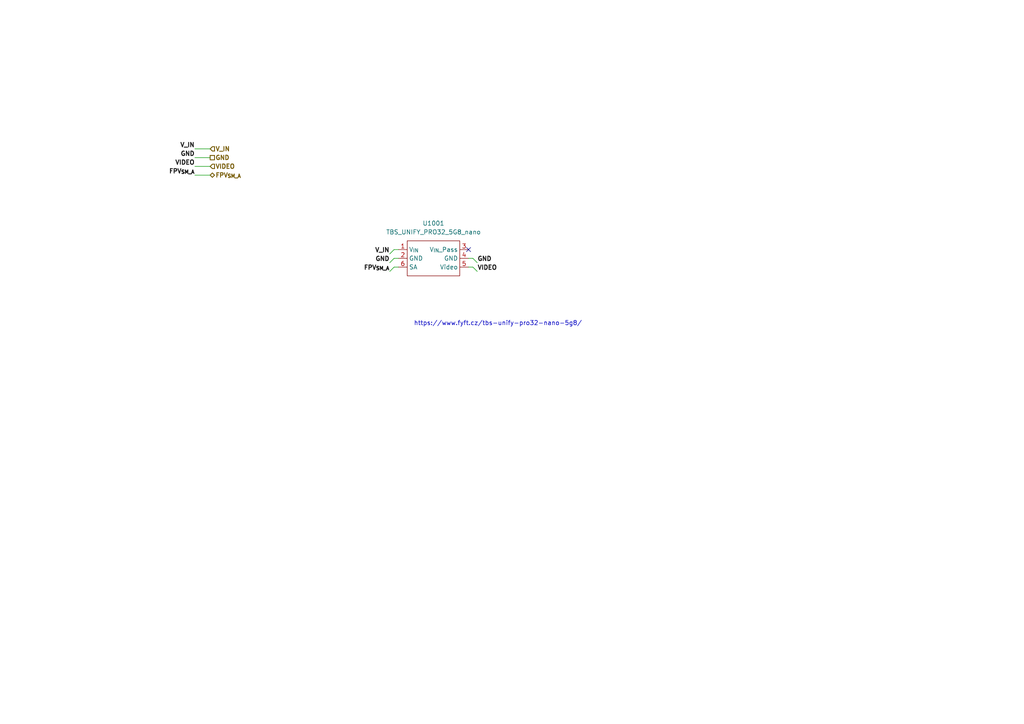
<source format=kicad_sch>
(kicad_sch (version 20211123) (generator eeschema)
  (paper "A4")
  (title_block (title "Power Unit - CanSat 2023") (date "2023-01-19") (rev "2022") (company "Project SkyFall") (comment 1 "David Haisman"))
  (lib_symbols
    (symbol "1Knihovna:TBS_UNIFY_PRO32_5G8_nano"
      (property "Reference" "U" (at 0 7.62 0))
      (property "Value" "TBS_UNIFY_PRO32_5G8_nano" (at 0 8.89 0))
      (symbol "TBS_UNIFY_PRO32_5G8_nano_0_1"
        (rectangle (start -7.62 5.08) (end 7.62 -5.08))
      )
      (symbol "TBS_UNIFY_PRO32_5G8_nano_1_1"
        (pin power_in line (at -10.16 2.54 0) (length 2.54) (name "V_{IN}") (number "1"))
        (pin passive line (at -10.16 0 0) (length 2.54) (name "GND") (number "2"))
        (pin power_out line (at 10.16 2.54 180) (length 2.54) (name "V_{IN}_Pass") (number "3"))
        (pin passive line (at 10.16 0 180) (length 2.54) (name "GND") (number "4"))
        (pin input line (at 10.16 -2.54 180) (length 2.54) (name "Video") (number "5"))
        (pin bidirectional line (at -10.16 -2.54 0) (length 2.54) (name "SA") (number "6"))
      )
    )
  )
  (no_connect (at 135.89 72.39))
  (wire (pts (xy 138.43 78.74) (xy 137.16 77.47)))
  (wire (pts (xy 60.96 45.72) (xy 56.515 45.72)))
  (wire (pts (xy 137.16 77.47) (xy 135.89 77.47)))
  (wire (pts (xy 135.89 74.93) (xy 137.16 74.93)))
  (wire (pts (xy 56.515 50.8) (xy 60.96 50.8)))
  (wire (pts (xy 138.43 76.2) (xy 137.16 74.93)))
  (wire (pts (xy 113.03 76.2) (xy 114.3 74.93)))
  (wire (pts (xy 113.03 78.74) (xy 114.3 77.47)))
  (wire (pts (xy 56.515 48.26) (xy 60.96 48.26)))
  (wire (pts (xy 114.3 77.47) (xy 115.57 77.47)))
  (wire (pts (xy 56.515 43.18) (xy 60.96 43.18)))
  (wire (pts (xy 114.3 72.39) (xy 115.57 72.39)))
  (wire (pts (xy 113.03 73.66) (xy 114.3 72.39)))
  (wire (pts (xy 114.3 74.93) (xy 115.57 74.93)))
  (text "https://www.fyft.cz/tbs-unify-pro32-nano-5g8/" (at 120.015 94.615 0) (effects (font (size 1.27 1.27)) (justify left bottom)))
  (label "FPV_{SM_A}" (at 56.515 50.8 180) (effects (font (thickness 0.254) bold)))
  (label "V_IN" (at 113.03 73.66 180) (effects (font bold)))
  (label "GND" (at 113.03 76.2 180) (effects (font bold)))
  (label "VIDEO" (at 138.43 78.74 0) (effects (font bold)))
  (label "V_IN" (at 56.515 43.18 180) (effects (font bold)))
  (label "GND" (at 56.515 45.72 180) (effects (font bold)))
  (label "VIDEO" (at 56.515 48.26 180) (effects (font bold)))
  (label "FPV_{SM_A}" (at 113.03 78.74 180) (effects (font (thickness 0.254) bold)))
  (label "GND" (at 138.43 76.2 0) (effects (font bold)))
  (hierarchical_label "FPV_{SM_A}" (shape bidirectional) (at 60.96 50.8 0) (effects (font (thickness 0.254) bold)))
  (hierarchical_label "GND" (shape passive) (at 60.96 45.72 0) (effects (font bold)))
  (hierarchical_label "VIDEO" (shape input) (at 60.96 48.26 0) (effects (font bold)))
  (hierarchical_label "V_IN" (shape input) (at 60.96 43.18 0) (effects (font (thickness 0.254) bold)))
  (symbol (lib_id "1Knihovna:TBS_UNIFY_PRO32_5G8_nano") (at 125.73 74.93 0) (unit 1)
    (property "Reference" "U1001" (at 125.73 64.77 0))
    (property "Value" "TBS_UNIFY_PRO32_5G8_nano" (at 125.73 67.31 0))
    (property "Footprint" "CanSat_2023:TBS UNIFY PRO32 5G8 nano" (effects hide))
  )
)
</source>
